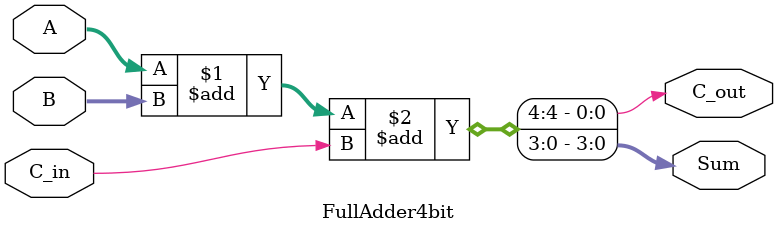
<source format=v>
`timescale 1ns / 1ps
module FullAdder4bit (
    input [3:0] A, B,
    input C_in,
    output [3:0] Sum,
    output C_out
);
    assign {C_out, Sum} = A + B + C_in;
endmodule
</source>
